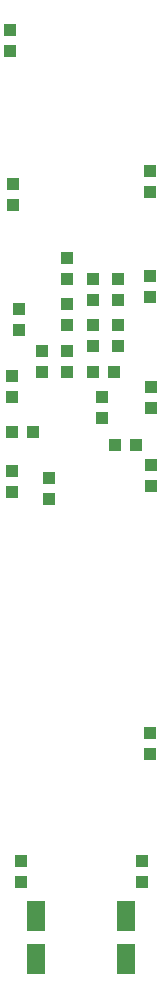
<source format=gbp>
G04 Layer_Color=128*
%FSLAX25Y25*%
%MOIN*%
G70*
G01*
G75*
%ADD13R,0.04331X0.04331*%
%ADD28R,0.06299X0.10236*%
%ADD29R,0.04331X0.04331*%
D13*
X23000Y283957D02*
D03*
Y291043D02*
D03*
X48000Y82957D02*
D03*
Y90043D02*
D03*
X51000Y214957D02*
D03*
Y222043D02*
D03*
X4500Y220043D02*
D03*
Y212957D02*
D03*
X50500Y125457D02*
D03*
Y132543D02*
D03*
X51000Y240957D02*
D03*
Y248043D02*
D03*
X40000Y261457D02*
D03*
Y268543D02*
D03*
X31500Y268543D02*
D03*
Y261457D02*
D03*
X31500Y276957D02*
D03*
Y284043D02*
D03*
X50500Y277957D02*
D03*
Y285043D02*
D03*
X4000Y367043D02*
D03*
Y359957D02*
D03*
X50500Y320043D02*
D03*
Y312957D02*
D03*
X5000Y315543D02*
D03*
Y308457D02*
D03*
X17000Y217543D02*
D03*
Y210457D02*
D03*
X7500Y82957D02*
D03*
Y90043D02*
D03*
X4500Y244457D02*
D03*
Y251543D02*
D03*
X23000Y268457D02*
D03*
Y275543D02*
D03*
Y252957D02*
D03*
Y260043D02*
D03*
X34500Y237457D02*
D03*
Y244543D02*
D03*
X40000Y284043D02*
D03*
Y276957D02*
D03*
X14500Y260043D02*
D03*
Y252957D02*
D03*
X7000Y274043D02*
D03*
Y266957D02*
D03*
D28*
X12500Y71500D02*
D03*
Y57327D02*
D03*
X42500Y57413D02*
D03*
Y71587D02*
D03*
D29*
X11543Y233000D02*
D03*
X4457D02*
D03*
X38543Y253000D02*
D03*
X31457D02*
D03*
X38957Y228500D02*
D03*
X46043D02*
D03*
M02*

</source>
